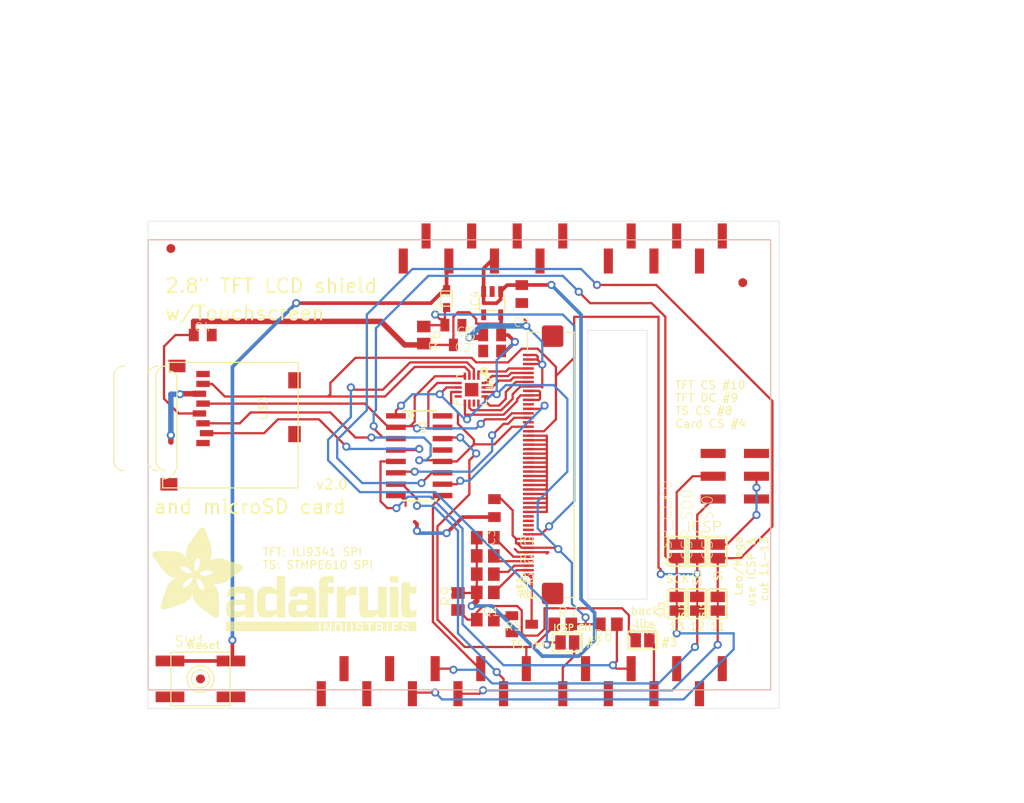
<source format=kicad_pcb>
(kicad_pcb (version 20211014) (generator pcbnew)
  (layers (0 "F.Cu" signal) (1 "In1.Cu" signal) (2 "In2.Cu" signal) (3 "In3.Cu" signal) (4 "In4.Cu" signal) (5 "In5.Cu" signal) (6 "In6.Cu" signal) (7 "In7.Cu" signal) (8 "In8.Cu" signal) (9 "In9.Cu" signal) (10 "In10.Cu" signal) (11 "In11.Cu" signal) (12 "In12.Cu" signal) (13 "In13.Cu" signal) (14 "In14.Cu" signal) (31 "B.Cu" signal) (34 "B.Paste" user) (35 "F.Paste" user) (36 "B.SilkS" user "B.Silkscreen") (37 "F.SilkS" user "F.Silkscreen") (38 "B.Mask" user) (39 "F.Mask" user) (44 "Edge.Cuts" user))
  (net 0 "")
  (net 1 "GND")
  (net 2 "VCC")
  (net 3 "N$16")
  (net 4 "+5V")
  (net 5 "MISO")
  (net 6 "N$7")
  (net 7 "CARDCS_5V")
  (net 8 "CARD_CS_3V")
  (net 9 "VIN")
  (net 10 "3V")
  (net 11 "N$9")
  (net 12 "N$1")
  (net 13 "N$2")
  (net 14 "N$3")
  (net 15 "N$4")
  (net 16 "N$10")
  (net 17 "MOSI_3V")
  (net 18 "TFT_DC_3V")
  (net 19 "SCLK_3V")
  (net 20 "TFT_CS_3V")
  (net 21 "TFT_RST")
  (net 22 "N$8")
  (net 23 "MOSI_5V")
  (net 24 "TFT_DC_5V")
  (net 25 "TFT_CS_5V")
  (net 26 "SCLK_5V")
  (net 27 "XL")
  (net 28 "XR")
  (net 29 "YU")
  (net 30 "YD")
  (net 31 "RT_CS_3V")
  (net 32 "RT_CS_5V")
  (net 33 "N$5")
  (net 34 "N$6")
  (net 35 "N$12")
  (net 36 "N$11")
  (net 37 "N$13")
  (net 38 "N$14")
  (net 39 "N$15")
  (net 40 "D7")
  (net 41 "TS_INT")
  (footprint "boardEagle:SOT23" (layer "F.Cu") (at 147.3581 90.5256 180)
    (fp_text reference "IC5")
    (fp_text value "AXP803")
  )
  (footprint "boardEagle:R0805" (layer "F.Cu") (at 164.6301 122.7836 180)
    (fp_text reference "R8")
    (fp_text value "10K")
  )
  (footprint "boardEagle:ADAFRUIT_TEXT_30MM" (layer "F.Cu") (at 113.5761 123.5456)
    (fp_text reference "U$20" hide)
    (fp_text value "" hide)
  )
  (footprint "boardEagle:R0805" (layer "F.Cu") (at 144.0561 90.5256 -90)
    (fp_text reference "R6")
    (fp_text value "10K")
  )
  (footprint "boardEagle:SOLDERJUMPER_CLOSEDWIRE" (layer "F.Cu") (at 176.8221 120.4976 90)
    (fp_text reference "SJ1")
    (fp_text value "")
  )
  (footprint "boardEagle:FIDUCIAL_1MM" (layer "F.Cu") (at 119.1641 128.8796 180)
    (fp_text reference "U$11" hide)
    (fp_text value "FIDUCIAL" hide)
  )
  (footprint "boardEagle:FIDUCIAL_1MM" (layer "F.Cu") (at 179.6161 84.6836 180)
    (fp_text reference "U$10" hide)
    (fp_text value "FIDUCIAL" hide)
  )
  (footprint "boardEagle:C0805K" (layer "F.Cu") (at 119.4181 90.5256)
    (fp_text reference "C4")
    (fp_text value "10uF")
  )
  (footprint "boardEagle:SOD-323F" (layer "F.Cu") (at 146.5961 86.4616 90)
    (fp_text reference "D1")
    (fp_text value "1N4148")
  )
  (footprint "boardEagle:C0805K" (layer "F.Cu") (at 154.9781 85.9536 -90)
    (fp_text reference "C5")
    (fp_text value "10uF")
  )
  (footprint "boardEagle:FIDUCIAL_1MM" (layer "F.Cu") (at 115.8621 80.8736)
    (fp_text reference "U$19" hide)
    (fp_text value "FIDUCIAL" hide)
  )
  (footprint "boardEagle:R0805" (layer "F.Cu") (at 150.9141 122.2756)
    (fp_text reference "R5")
    (fp_text value "1K")
  )
  (footprint "boardEagle:C0805K" (layer "F.Cu") (at 151.6761 92.3036 180)
    (fp_text reference "C2")
    (fp_text value "0.1uF")
  )
  (footprint "boardEagle:C0805K" (layer "F.Cu") (at 151.9301 109.8296 -90)
    (fp_text reference "C3")
    (fp_text value "0.1uF")
  )
  (footprint "boardEagle:SOLDERJUMPER_REFLOW_NOPASTE" (layer "F.Cu") (at 168.4401 124.5616)
    (fp_text reference "PIN3")
    (fp_text value "")
  )
  (footprint "boardEagle:R0805" (layer "F.Cu") (at 150.9141 115.1636)
    (fp_text reference "R3")
    (fp_text value "68 ohm")
  )
  (footprint "boardEagle:R0805" (layer "F.Cu") (at 150.9141 113.1316)
    (fp_text reference "R4")
    (fp_text value "68 ohm")
  )
  (footprint "boardEagle:C0805K" (layer "F.Cu") (at 151.6761 90.5256 180)
    (fp_text reference "C1")
    (fp_text value "10uF")
  )
  (footprint "boardEagle:SOT23-5L" (layer "F.Cu") (at 151.6761 86.9696 180)
    (fp_text reference "IC4")
    (fp_text value "MIC5225-3.3")
  )
  (footprint "boardEagle:QFN16_3MM" (layer "F.Cu") (at 149.3901 96.6216 -90)
    (fp_text reference "U2")
    (fp_text value "STMPE610")
  )
  (footprint "boardEagle:SOT23-BEC" (layer "F.Cu") (at 154.9781 122.7836 -90)
    (fp_text reference "Q1")
    (fp_text value "MMBT2222")
  )
  (footprint "boardEagle:SOLDERJUMPER_CLOSEDWIRE" (layer "F.Cu") (at 174.5361 120.4976 90)
    (fp_text reference "SJ2")
    (fp_text value "")
  )
  (footprint "boardEagle:SOLDERJUMPER_REFLOW_NOPASTE" (layer "F.Cu") (at 174.5361 114.6556 90)
    (fp_text reference "ICSP_SO0")
    (fp_text value "")
  )
  (footprint "boardEagle:SOLDERJUMPER_REFLOW_NOPASTE" (layer "F.Cu") (at 176.8221 114.6556 90)
    (fp_text reference "ICSP_SI0")
    (fp_text value "")
  )
  (footprint "boardEagle:R0805" (layer "F.Cu") (at 159.5501 122.7836)
    (fp_text reference "R7")
    (fp_text value "10K")
  )
  (footprint "boardEagle:R0805" (layer "F.Cu") (at 150.9141 117.1956)
    (fp_text reference "R2")
    (fp_text value "68 ohm")
  )
  (footprint "boardEagle:SOLDERJUMPER_REFLOW_NOPASTE" (layer "F.Cu") (at 172.2501 114.6556 90)
    (fp_text reference "ICSP_CLK0")
    (fp_text value "")
  )
  (footprint "boardEagle:EVQ-Q2" (layer "F.Cu") (at 119.1641 128.8796)
    (fp_text reference "SW1")
    (fp_text value "SPST_TACT-EVQQ2")
  )
  (footprint "boardEagle:SOIC16" (layer "F.Cu") (at 143.5481 103.9876 -90)
    (fp_text reference "U3")
    (fp_text value "74HC4050")
  )
  (footprint "boardEagle:SOLDERJUMPER_REFLOW_NOPASTE" (layer "F.Cu") (at 160.0581 124.8156)
    (fp_text reference "ICSP_SI1")
    (fp_text value "")
  )
  (footprint "boardEagle:MICROSD" (layer "F.Cu") (at 130.0861 93.5736 -90)
    (fp_text reference "U$3")
    (fp_text value "MICROSD" hide)
  )
  (footprint "boardEagle:R0805" (layer "F.Cu") (at 150.9141 119.2276)
    (fp_text reference "R1")
    (fp_text value "68")
  )
  (footprint "boardEagle:R0805" (layer "F.Cu") (at 147.8661 120.2436 90)
    (fp_text reference "R9")
    (fp_text value "1K")
  )
  (footprint "boardEagle:SOLDERJUMPER_CLOSEDWIRE" (layer "F.Cu") (at 172.2501 120.4976 90)
    (fp_text reference "SJ3")
    (fp_text value "")
  )
  (footprint "boardEagle:TFT_2.83IN_240X320_50PIN" (layer "B.Cu") (at 145.3261 105.0036 -90)
    (fp_text reference "U$2")
    (fp_text value "DISP_LCD_1.28IN_240X320_50PIN")
  )
  (footprint "boardEagle:ARDUINOR3_ICSP_SMT" (layer "B.Cu") (at 113.8301 78.3336)
    (fp_text reference "U$17" hide)
    (fp_text value "ARDUINO_R3_ICSPSMT" hide)
  )
  (gr_line (start 183.6801 77.8256) (end 113.3221 77.8256) (layer "Edge.Cuts") (width 0.05))
  (gr_line (start 113.3221 77.8256) (end 113.3221 132.1816) (layer "Edge.Cuts") (width 0.05))
  (gr_line (start 168.9481 90.0176) (end 162.3441 90.0176) (layer "Edge.Cuts") (width 0.05))
  (gr_line (start 113.3221 132.1816) (end 183.6801 132.1816) (layer "Edge.Cuts") (width 0.05))
  (gr_line (start 183.6801 132.1816) (end 183.6801 77.8256) (layer "Edge.Cuts") (width 0.05))
  (gr_line (start 168.9481 119.9896) (end 168.9481 90.0176) (layer "Edge.Cuts") (width 0.05))
  (gr_line (start 162.3441 90.0176) (end 162.3441 119.9896) (layer "Edge.Cuts") (width 0.05))
  (gr_line (start 162.3441 119.9896) (end 168.9481 119.9896) (layer "Edge.Cuts") (width 0.05))
  (gr_text "back\nlite" (at 168.6941 122.0216) (layer "F.SilkS") (effects (font (size 0.89408 0.89408) (thickness 0.12192))))
  (gr_text "11" (at 176.8221 123.0376) (layer "F.SilkS") (effects (font (size 0.89408 0.89408) (thickness 0.12192))))
  (gr_text "TFT CS #10\nTFT DC #9\nTS CS #8\nCard CS #4" (at 171.9961 100.9396) (layer "F.SilkS") (effects (font (size 0.89408 0.89408) (thickness 0.12192)) (justify left bottom)))
  (gr_text "v2.0" (at 135.6741 106.5276) (layer "F.SilkS") (effects (font (size 1.1176 1.1176) (thickness 0.1524)) (justify right top)))
  (gr_text "ICSP" (at 173.2661 112.6236) (layer "F.SilkS") (effects (font (size 1.1684 1.1684) (thickness 0.1016)) (justify left bottom)))
  (gr_text "w/Touchscreen" (at 115.1001 89.0016) (layer "F.SilkS") (effects (font (size 1.56464 1.56464) (thickness 0.21336)) (justify left bottom)))
  (gr_text "#7" (at 162.0901 125.3236) (layer "F.SilkS") (effects (font (size 0.89408 0.89408) (thickness 0.12192)) (justify left bottom)))
  (gr_text "and microSD card" (at 113.8301 110.5916) (layer "F.SilkS") (effects (font (size 1.56464 1.56464) (thickness 0.21336)) (justify left bottom)))
  (gr_text "13" (at 172.2501 123.0376) (layer "F.SilkS") (effects (font (size 0.89408 0.89408) (thickness 0.12192))))
  (gr_text "12" (at 174.5361 123.0376) (layer "F.SilkS") (effects (font (size 0.89408 0.89408) (thickness 0.12192))))
  (gr_text "2.8\" TFT LCD shield" (at 115.1001 85.9536) (layer "F.SilkS") (effects (font (size 1.56464 1.56464) (thickness 0.21336)) (justify left bottom)))
  (gr_text "SCK" (at 173.7741 117.1956) (layer "F.SilkS") (effects (font (size 0.89408 0.89408) (thickness 0.12192)) (justify right top)))
  (gr_text "Leo/Mega\nuse ICSP &\ncut 11-13" (at 178.6001 112.8776 90) (layer "F.SilkS") (effects (font (size 0.89408 0.89408) (thickness 0.12192)) (justify right top)))
  (gr_text "Reset" (at 121.4501 124.5616) (layer "F.SilkS") (effects (font (size 0.89408 0.89408) (thickness 0.12192)) (justify right top)))
  (gr_text "#3" (at 170.4721 125.3236) (layer "F.SilkS") (effects (font (size 0.89408 0.89408) (thickness 0.12192)) (justify left bottom)))
  (gr_text "TFT: ILI9341 SPI\nTS: STMPE610 SPI" (at 126.0221 116.6876) (layer "F.SilkS") (effects (font (size 0.89408 0.89408) (thickness 0.12192)) (justify left bottom)))
  (gr_text "SO" (at 174.0281 116.6876 90) (layer "F.SilkS") (effects (font (size 0.89408 0.89408) (thickness 0.12192)) (justify right top)))
  (gr_text "SI" (at 176.3141 116.6876 90) (layer "F.SilkS") (effects (font (size 0.89408 0.89408) (thickness 0.12192)) (justify right top)))
  (gr_text "TS int" (at 157.7721 124.5616) (layer "F.SilkS") (effects (font (size 0.89408 0.89408) (thickness 0.12192)) (justify right top)))
  (segment (start 142.0241 109.0676) (end 142.0241 109.5756) (width 0.254) (layer "F.Cu") (net 1))
  (segment (start 149.1401 98.6576) (end 149.3901 98.9076) (width 0.254) (layer "F.Cu") (net 1))
  (segment (start 116.8781 97.0736) (end 116.8781 97.1296) (width 0.6096) (layer "F.Cu") (net 1))
  (segment (start 156.5711 92.7536) (end 156.7561 92.9386) (width 0.254) (layer "F.Cu") (net 1))
  (segment (start 149.3901 98.9076) (end 152.6921 98.9076) (width 0.254) (layer "F.Cu") (net 1))
  (segment (start 155.7161 93.7536) (end 157.1901 93.7536) (width 0.254) (layer "F.Cu") (net 1))
  (segment (start 156.7561 92.9386) (end 156.7561 93.3196) (width 0.254) (layer "F.Cu") (net 1))
  (segment (start 150.4221 90.7796) (end 149.1361 90.7796) (width 0.6096) (layer "F.Cu") (net 1))
  (segment (start 140.9481 108.4326) (end 141.3891 108.4326) (width 0.254) (layer "F.Cu") (net 1))
  (segment (start 154.8381 96.2536) (end 153.9621 97.1296) (width 0.254) (layer "F.Cu") (net 1))
  (segment (start 151.9301 110.8296) (end 148.3901 110.8296) (width 0.4064) (layer "F.Cu") (net 1))
  (segment (start 143.2941 112.3696) (end 143.2941 111.6076) (width 0.4064) (layer "F.Cu") (net 1))
  (segment (start 157.1901 93.7536) (end 157.2641 93.8276) (width 0.254) (layer "F.Cu") (net 1))
  (segment (start 157.9281 114.7536) (end 157.7721 114.9096) (width 0.254) (layer "F.Cu") (net 1))
  (segment (start 150.6761 90.5256) (end 150.4221 90.7796) (width 0.6096) (layer "F.Cu") (net 1))
  (segment (start 155.7161 92.7536) (end 156.5711 92.7536) (width 0.254) (layer "F.Cu") (net 1))
  (segment (start 141.3891 108.4326) (end 142.0241 109.0676) (width 0.254) (layer "F.Cu") (net 1))
  (segment (start 155.7161 114.7536) (end 157.9281 114.7536) (width 0.254) (layer "F.Cu") (net 1))
  (segment (start 156.7561 93.3196) (end 157.2641 93.8276) (width 0.254) (layer "F.Cu") (net 1))
  (segment (start 115.8621 101.7016) (end 115.8621 102.4636) (width 0.6096) (layer "F.Cu") (net 1))
  (segment (start 155.7161 93.2536) (end 156.6901 93.2536) (width 0.254) (layer "F.Cu") (net 1))
  (segment (start 153.9621 97.6376) (end 152.6921 98.9076) (width 0.254) (layer "F.Cu") (net 1))
  (segment (start 119.0461 97.0736) (end 116.8781 97.0736) (width 0.6096) (layer "F.Cu") (net 1))
  (segment (start 143.2941 111.6076) (end 143.0401 111.3536) (width 0.4064) (layer "F.Cu") (net 1))
  (segment (start 156.6901 93.2536) (end 157.2641 93.8276) (width 0.254) (layer "F.Cu") (net 1))
  (segment (start 157.1501 96.2536) (end 157.2641 96.3676) (width 0.254) (layer "F.Cu") (net 1))
  (segment (start 154.5681 114.7536) (end 154.2161 114.4016) (width 0.254) (layer "F.Cu") (net 1))
  (segment (start 153.9621 97.1296) (end 153.9621 97.6376) (width 0.254) (layer "F.Cu") (net 1))
  (segment (start 155.4861 89.5096) (end 155.4861 89.0016) (width 0.254) (layer "F.Cu") (net 1))
  (segment (start 155.7161 114.7536) (end 154.5681 114.7536) (width 0.254) (layer "F.Cu") (net 1))
  (segment (start 155.4861 89.0016) (end 155.2321 88.7476) (width 0.254) (layer "F.Cu") (net 1))
  (segment (start 157.2641 93.8276) (end 157.2641 96.3676) (width 0.254) (layer "F.Cu") (net 1))
  (segment (start 155.7161 96.2536) (end 157.1501 96.2536) (width 0.254) (layer "F.Cu") (net 1))
  (segment (start 149.1401 98.1216) (end 149.1401 98.6576) (width 0.254) (layer "F.Cu") (net 1))
  (segment (start 148.3901 110.8296) (end 146.5961 112.6236) (width 0.4064) (layer "F.Cu") (net 1))
  (segment (start 154.8381 96.2536) (end 155.7161 96.2536) (width 0.254) (layer "F.Cu") (net 1))
  (via (at 149.1361 90.7796) (size 0.9064) (drill 0.5) (layers "F.Cu" "B.Cu") (net 1))
  (via (at 146.5961 112.6236) (size 0.9064) (drill 0.5) (layers "F.Cu" "B.Cu") (net 1))
  (via (at 143.2941 112.3696) (size 0.9064) (drill 0.5) (layers "F.Cu" "B.Cu") (net 1))
  (via (at 157.2641 93.8276) (size 0.9064) (drill 0.5) (layers "F.Cu" "B.Cu") (net 1))
  (via (at 115.8621 101.7016) (size 0.9064) (drill 0.5) (layers "F.Cu" "B.Cu") (net 1))
  (via (at 155.4861 89.5096) (size 0.9064) (drill 0.5) (layers "F.Cu" "B.Cu") (net 1))
  (via (at 116.8781 97.1296) (size 0.9064) (drill 0.5) (layers "F.Cu" "B.Cu") (net 1))
  (segment (start 143.5481 112.6236) (end 143.2941 112.3696) (width 0.4064) (layer "B.Cu") (net 1))
  (segment (start 115.8621 97.1296) (end 115.8621 101.7016) (width 0.6096) (layer "B.Cu") (net 1))
  (segment (start 116.8781 97.1296) (end 115.8621 97.1296) (width 0.6096) (layer "B.Cu") (net 1))
  (segment (start 149.1361 90.7796) (end 150.4061 89.5096) (width 0.6096) (layer "B.Cu") (net 1))
  (segment (start 157.2641 91.2876) (end 155.4861 89.5096) (width 0.254) (layer "B.Cu") (net 1))
  (segment (start 157.2641 93.8276) (end 157.2641 91.2876) (width 0.254) (layer "B.Cu") (net 1))
  (segment (start 150.4061 89.5096) (end 155.4861 89.5096) (width 0.6096) (layer "B.Cu") (net 1))
  (segment (start 146.5961 112.6236) (end 143.5481 112.6236) (width 0.4064) (layer "B.Cu") (net 1))
  (segment (start 147.8661 87.9856) (end 149.1361 87.9856) (width 0.254) (layer "F.Cu") (net 2))
  (segment (start 154.3381 113.7536) (end 154.3381 113.2536) (width 0.254) (layer "F.Cu") (net 2))
  (segment (start 157.0071 97.2536) (end 157.0101 97.2566) (width 0.254) (layer "F.Cu") (net 2))
  (segment (start 149.8981 89.2556) (end 152.6761 89.2556) (width 0.254) (layer "F.Cu") (net 2))
  (segment (start 151.9261 96.8716) (end 152.1841 97.1296) (width 0.254) (layer "F.Cu") (net 2))
  (segment (start 119.0461 99.2736) (end 116.7361 99.2736) (width 0.254) (layer "F.Cu") (net 2))
  (segment (start 154.8541 97.2536) (end 154.4701 97.6376) (width 0.254) (layer "F.Cu") (net 2))
  (segment (start 156.8881 96.7536) (end 157.0101 96.8756) (width 0.254) (layer "F.Cu") (net 2))
  (segment (start 157.0101 97.6376) (end 156.8831 97.7646) (width 0.254) (layer "F.Cu") (net 2))
  (segment (start 155.7161 96.7536) (end 156.8881 96.7536) (width 0.254) (layer "F.Cu") (net 2))
  (segment (start 155.7161 113.2536) (end 154.3381 113.2536) (width 0.254) (layer "F.Cu") (net 2))
  (segment (start 115.1001 91.7956) (end 116.3701 90.5256) (width 0.254) (layer "F.Cu") (net 2))
  (segment (start 157.0101 96.8756) (end 157.0101 97.2566) (width 0.254) (layer "F.Cu") (net 2))
  (segment (start 116.7361 99.2736) (end 115.1001 97.6376) (width 0.254) (layer "F.Cu") (net 2))
  (segment (start 148.8821 99.9236) (end 148.8821 99.4156) (width 0.254) (layer "F.Cu") (net 2))
  (segment (start 154.8541 97.2536) (end 155.7161 97.2536) (width 0.254) (layer "F.Cu") (net 2))
  (segment (start 149.1361 87.9856) (end 149.8981 88.7476) (width 0.254) (layer "F.Cu") (net 2))
  (segment (start 152.6761 89.2556) (end 152.6761 90.5256) (width 0.4064) (layer "F.Cu") (net 2))
  (segment (start 152.2001 108.5596) (end 151.9301 108.8296) (width 0.254) (layer "F.Cu") (net 2))
  (segment (start 153.9621 112.8776) (end 153.9621 110.0836) (width 0.254) (layer "F.Cu") (net 2))
  (segment (start 162.0901 122.0216) (end 162.0901 122.7836) (width 0.254) (layer "F.Cu") (net 2))
  (segment (start 139.2961 89.0016) (end 141.9201 91.6256) (width 0.6096) (layer "F.Cu") (net 2))
  (segment (start 155.7161 113.7536) (end 154.4701 113.7536) (width 0.254) (layer "F.Cu") (net 2))
  (segment (start 160.5001 122.7836) (end 162.0901 122.7836) (width 0.254) (layer "F.Cu") (net 2))
  (segment (start 147.3581 88.4936) (end 147.8661 87.9856) (width 0.254) (layer "F.Cu") (net 2))
  (segment (start 152.6261 88.2696) (end 152.6761 88.3196) (width 0.254) (layer "F.Cu") (net 2))
  (segment (start 144.0561 91.4756) (end 144.2061 91.6256) (width 0.254) (layer "F.Cu") (net 2))
  (segment (start 154.4701 97.8916) (end 152.9461 99.4156) (width 0.254) (layer "F.Cu") (net 2))
  (segment (start 156.8831 97.7646) (end 155.7271 97.7646) (width 0.254) (layer "F.Cu") (net 2))
  (segment (start 150.8901 96.8716) (end 151.9261 96.8716) (width 0.254) (layer "F.Cu") (net 2))
  (segment (start 139.2961 89.0016) (end 118.4021 89.0016) (width 0.6096) (layer "F.Cu") (net 2))
  (segment (start 162.0901 122.7836) (end 163.6801 122.7836) (width 0.254) (layer "F.Cu") (net 2))
  (segment (start 144.5641 91.6256) (end 147.3581 91.6256) (width 0.254) (layer "F.Cu") (net 2))
  (segment (start 147.3581 91.6256) (end 147.3581 88.4936) (width 0.254) (layer "F.Cu") (net 2))
  (segment (start 155.7161 114.2536) (end 154.9701 114.2536) (width 0.254) (layer "F.Cu") (net 2))
  (segment (start 115.1001 97.6376) (end 115.1001 91.7956) (width 0.254) (layer "F.Cu") (net 2))
  (segment (start 154.9701 114.2536) (end 154.4701 113.7536) (width 0.254) (layer "F.Cu") (net 2))
  (segment (start 149.8981 88.7476) (end 149.8981 89.2556) (width 0.254) (layer "F.Cu") (net 2))
  (segment (start 148.6401 98.1216) (end 148.6401 99.4156) (width 0.254) (layer "F.Cu") (net 2))
  (segment (start 153.9621 110.0836) (end 152.4381 108.5596) (width 0.254) (layer "F.Cu") (net 2))
  (segment (start 153.4541 90.5256) (end 154.2161 91.2876) (width 0.4064) (layer "F.Cu") (net 2))
  (segment (start 116.3701 90.5256) (end 118.4181 90.5256) (width 0.254) (layer "F.Cu") (net 2))
  (segment (start 152.6761 90.5256) (end 153.4541 90.5256) (width 0.4064) (layer "F.Cu") (net 2))
  (segment (start 154.4701 97.6376) (end 154.4701 97.8916) (width 0.254) (layer "F.Cu") (net 2))
  (segment (start 140.9481 99.5426) (end 140.9481 98.9676) (width 0.254) (layer "F.Cu") (net 2))
  (segment (start 141.9201 91.6256) (end 144.5641 91.6256) (width 0.6096) (layer "F.Cu") (net 2))
  (segment (start 147.8901 96.3716) (end 146.5921 96.3716) (width 0.254) (layer "F.Cu") (net 2))
  (segment (start 140.9481 98.9676) (end 141.5161 98.3996) (width 0.254) (layer "F.Cu") (net 2))
  (segment (start 144.2061 91.6256) (end 144.5641 91.6256) (width 0.254) (layer "F.Cu") (net 2))
  (segment (start 158.8941 114.2536) (end 159.0421 114.4016) (width 0.254) (layer "F.Cu") (net 2))
  (segment (start 148.6401 99.4156) (end 148.8821 99.4156) (width 0.254) (layer "F.Cu") (net 2))
  (segment (start 118.4021 90.5096) (end 118.4181 90.5256) (width 0.6096) (layer "F.Cu") (net 2))
  (segment (start 152.6761 92.3036) (end 153.2001 92.3036) (width 0.4064) (layer "F.Cu") (net 2))
  (segment (start 154.3381 113.2536) (end 153.9621 112.8776) (width 0.254) (layer "F.Cu") (net 2))
  (segment (start 152.9461 99.4156) (end 148.8821 99.4156) (width 0.254) (layer "F.Cu") (net 2))
  (segment (start 153.2001 92.3036) (end 154.2161 91.2876) (width 0.4064) (layer "F.Cu") (net 2))
  (segment (start 155.7271 97.7646) (end 155.7161 97.7536) (width 0.254) (layer "F.Cu") (net 2))
  (segment (start 155.7161 97.2536) (end 157.0071 97.2536) (width 0.254) (layer "F.Cu") (net 2))
  (segment (start 155.7161 114.2536) (end 158.8941 114.2536) (width 0.254) (layer "F.Cu") (net 2))
  (segment (start 146.5921 96.3716) (end 145.8341 97.1296) (width 0.254) (layer "F.Cu") (net 2))
  (segment (start 152.6761 88.5736) (end 152.6761 89.2556) (width 0.4064) (layer "F.Cu") (net 2))
  (segment (start 118.4021 89.0016) (end 118.4021 90.5096) (width 0.6096) (layer "F.Cu") (net 2))
  (segment (start 154.4701 113.7536) (end 154.3381 113.7536) (width 0.254) (layer "F.Cu") (net 2))
  (segment (start 152.6761 88.3196) (end 152.6761 88.5736) (width 0.254) (layer "F.Cu") (net 2))
  (segment (start 157.0101 97.2566) (end 157.0101 97.6376) (width 0.254) (layer "F.Cu") (net 2))
  (segment (start 152.4381 108.5596) (end 152.2001 108.5596) (width 0.254) (layer "F.Cu") (net 2))
  (via (at 152.1841 97.1296) (size 0.9064) (drill 0.5) (layers "F.Cu" "B.Cu") (net 2))
  (via (at 162.0901 122.0216) (size 0.9064) (drill 0.5) (layers "F.Cu" "B.Cu") (net 2))
  (via (at 154.2161 91.2876) (size 0.9064) (drill 0.5) (layers "F.Cu" "B.Cu") (net 2))
  (via (at 141.5161 98.3996) (size 0.9064) (drill 0.5) (layers "F.Cu" "B.Cu") (net 2))
  (via (at 145.8341 97.1296) (size 0.9064) (drill 0.5) (layers "F.Cu" "B.Cu") (net 2))
  (via (at 148.8821 99.9236) (size 0.9064) (drill 0.5) (layers "F.Cu" "B.Cu") (net 2))
  (via (at 159.0421 114.4016) (size 0.9064) (drill 0.5) (layers "F.Cu" "B.Cu") (net 2))
  (segment (start 160.0581 97.6376) (end 158.5341 96.1136) (width 0.254) (layer "B.Cu") (net 2))
  (segment (start 152.1841 97.1296) (end 151.6761 97.1296) (width 0.254) (layer "B.Cu") (net 2))
  (segment (start 156.7561 112.1156) (end 156.7561 109.0676) (width 0.254) (layer "B.Cu") (net 2))
  (segment (start 159.0421 114.4016) (end 160.5661 115.9256) (width 0.254) (layer "B.Cu") (net 2))
  (segment (start 160.5661 120.4976) (end 162.0901 122.0216) (width 0.254) (layer "B.Cu") (net 2))
  (segment (start 151.6761 97.1296) (end 148.8821 99.9236) (width 0.254) (layer "B.Cu") (net 2))
  (segment (start 152.1841 93.3196) (end 152.1841 97.1296) (width 0.254) (layer "B.Cu") (net 2))
  (segment (start 153.2001 96.1136) (end 152.1841 97.1296) (width 0.254) (layer "B.Cu") (net 2))
  (segment (start 159.0421 114.4016) (end 156.7561 112.1156) (width 0.254) (layer "B.Cu") (net 2))
  (segment (start 145.8341 97.1296) (end 148.6281 99.9236) (width 0.254) (layer "B.Cu") (net 2))
  (segment (start 141.5161 98.3996) (end 142.7861 97.1296) (width 0.254) (layer "B.Cu") (net 2))
  (segment (start 158.5341 96.1136) (end 153.2001 96.1136) (width 0.254) (layer "B.Cu") (net 2))
  (segment (start 142.7861 97.1296) (end 145.8341 97.1296) (width 0.254) (layer "B.Cu") (net 2))
  (segment (start 148.6281 99.9236) (end 148.8821 99.9236) (width 0.254) (layer "B.Cu") (net 2))
  (segment (start 160.0581 105.7656) (end 160.0581 97.6376) (width 0.254) (layer "B.Cu") (net 2))
  (segment (start 160.5661 115.9256) (end 160.5661 120.4976) (width 0.254) (layer "B.Cu") (net 2))
  (segment (start 154.2161 91.2876) (end 152.1841 93.3196) (width 0.254) (layer "B.Cu") (net 2))
  (segment (start 156.7561 109.0676) (end 160.0581 105.7656) (width 0.254) (layer "B.Cu") (net 2))
  (segment (start 151.8641 122.1536) (end 151.8641 122.2756) (width 0.254) (layer "F.Cu") (net 3))
  (segment (start 152.1841 121.8336) (end 151.8641 122.1536) (width 0.254) (layer "F.Cu") (net 3))
  (segment (start 153.8781 121.8336) (end 152.1841 121.8336) (width 0.254) (layer "F.Cu") (net 3))
  (segment (start 154.9781 84.9536) (end 153.3421 84.9536) (width 0.4064) (layer "F.Cu") (net 4))
  (segment (start 152.1841 86.9696) (end 152.6261 86.5276) (width 0.4064) (layer "F.Cu") (net 4))
  (segment (start 149.3901 120.7516) (end 149.9641 120.1776) (width 0.6096) (layer "F.Cu") (net 4))
  (segment (start 154.9941 84.9376) (end 154.9781 84.9536) (width 0.4064) (layer "F.Cu") (net 4))
  (segment (start 151.9301 81.8896) (end 151.9301 82.2706) (width 0.4064) (layer "F.Cu") (net 4))
  (segment (start 149.8981 119.2936) (end 149.9641 119.2276) (width 0.254) (layer "F.Cu") (net 4))
  (segment (start 150.7261 83.0936) (end 151.9301 81.8896) (width 0.4064) (layer "F.Cu") (net 4))
  (segment (start 149.9641 120.1776) (end 149.9641 119.2276) (width 0.6096) (layer "F.Cu") (net 4))
  (segment (start 149.9641 117.1956) (end 149.9641 115.1636) (width 0.254) (layer "F.Cu") (net 4))
  (segment (start 149.9641 115.1636) (end 149.9641 113.1316) (width 0.254) (layer "F.Cu") (net 4))
  (segment (start 149.9641 119.2276) (end 149.9641 117.1956) (width 0.254) (layer "F.Cu") (net 4))
  (segment (start 158.2801 84.9376) (end 154.9941 84.9376) (width 0.4064) (layer "F.Cu") (net 4))
  (segment (start 147.8661 119.2936) (end 149.8981 119.2936) (width 0.254) (layer "F.Cu") (net 4))
  (segment (start 150.7261 85.6696) (end 150.7261 86.9696) (width 0.4064) (layer "F.Cu") (net 4))
  (segment (start 152.6261 86.5276) (end 152.6261 85.6696) (width 0.4064) (layer "F.Cu") (net 4))
  (segment (start 150.7261 85.6696) (end 150.7261 83.0936) (width 0.4064) (layer "F.Cu") (net 4))
  (segment (start 153.3421 84.9536) (end 152.6261 85.6696) (width 0.4064) (layer "F.Cu") (net 4))
  (segment (start 150.7261 86.9696) (end 152.1841 86.9696) (width 0.4064) (layer "F.Cu") (net 4))
  (via (at 149.3901 120.7516) (size 0.9064) (drill 0.5) (layers "F.Cu" "B.Cu") (net 4))
  (via (at 158.2801 84.9376) (size 0.9064) (drill 0.5) (layers "F.Cu" "B.Cu") (net 4))
  (segment (start 161.5821 88.2396) (end 158.2801 84.9376) (width 0.4064) (layer "B.Cu") (net 4))
  (segment (start 157.2641 126.3396) (end 161.3281 126.3396) (width 0.4064) (layer "B.Cu") (net 4))
  (segment (start 149.3901 120.7516) (end 151.6761 120.7516) (width 0.4064) (layer "B.Cu") (net 4))
  (segment (start 151.6761 120.7516) (end 157.2641 126.3396) (width 0.4064) (layer "B.Cu") (net 4))
  (segment (start 163.1061 124.5616) (end 161.3281 126.3396) (width 0.4064) (layer "B.Cu") (net 4))
  (segment (start 163.1061 121.5136) (end 163.1061 124.5616) (width 0.4064) (layer "B.Cu") (net 4))
  (segment (start 161.5821 88.2396) (end 161.5821 119.9896) (width 0.4064) (layer "B.Cu") (net 4))
  (segment (start 161.5821 119.9896) (end 163.1061 121.5136) (width 0.4064) (layer "B.Cu") (net 4))
  (segment (start 170.2181 88.4936) (end 160.8201 88.4936) (width 0.254) (layer "F.Cu") (net 5))
  (segment (start 155.7161 101.2536) (end 157.4581 101.2536) (width 0.254) (layer "F.Cu") (net 5))
  (segment (start 149.1401 95.1216) (end 149.1401 94.5936) (width 0.254) (layer "F.Cu") (net 5))
  (segment (start 149.3901 93.0656) (end 136.4361 93.0656) (width 0.254) (layer "F.Cu") (net 5))
  (segment (start 156.7561 92.0496) (end 154.9781 92.0496) (width 0.254) (layer "F.Cu") (net 5))
  (segment (start 170.4721 117.1956) (end 170.4721 116.6876) (width 0.254) (layer "F.Cu") (net 5))
  (segment (start 158.7881 94.0816) (end 156.7561 92.0496) (width 0.254) (layer "F.Cu") (net 5))
  (segment (start 174.5361 115.4176) (end 174.5361 117.1956) (width 0.254) (layer "F.Cu") (net 5))
  (segment (start 154.9781 92.0496) (end 153.4541 93.5736) (width 0.254) (layer "F.Cu") (net 5))
  (segment (start 133.6421 95.8596) (end 133.6421 97.1296) (width 0.254) (layer "F.Cu") (net 5))
  (segment (start 120.4621 95.9736) (end 119.4461 95.9736) (width 0.254) (layer "F.Cu") (net 5))
  (segment (start 158.7881 95.0976) (end 158.7881 99.9236) (width 0.254) (layer "F.Cu") (net 5))
  (segment (start 133.3881 97.3836) (end 139.7381 97.3836) (width 0.254) (layer "F.Cu") (net 5))
  (segment (start 139.7381 97.3836) (end 143.0401 94.0816) (width 0.254) (layer "F.Cu") (net 5))
  (segment (start 133.6421 97.1296) (end 133.3881 97.3836) (width 0.254) (layer "F.Cu") (net 5))
  (segment (start 155.7161 101.2536) (end 155.7401 101.2776) (width 0.254) (layer "F.Cu") (net 5))
  (segment (start 160.8201 93.0656) (end 158.7881 95.0976) (width 0.254) (layer "F.Cu") (net 5))
  (segment (start 170.4721 116.6876) (end 170.2181 116.4336) (width 0.254) (layer "F.Cu") (net 5))
  (segment (start 174.5361 117.1956) (end 174.5361 119.7356) (width 0.254) (layer "F.Cu") (net 5))
  (segment (start 158.7881 95.0976) (end 158.7881 94.0816) (width 0.254) (layer "F.Cu") (net 5))
  (segment (start 170.2181 116.4336) (end 170.2181 88.4936) (width 0.254) (layer "F.Cu") (net 5))
  (segment (start 121.8721 97.3836) (end 133.3881 97.3836) (width 0.254) (layer "F.Cu") (net 5))
  (segment (start 149.1401 94.5936) (end 148.6281 94.0816) (width 0.254) (layer "F.Cu") (net 5))
  (segment (start 136.4361 93.0656) (end 133.6421 95.8596) (width 0.254) (layer "F.Cu") (net 5))
  (segment (start 153.4541 93.5736) (end 149.8981 93.5736) (width 0.254) (layer "F.Cu") (net 5))
  (segment (start 160.8201 88.4936) (end 160.8201 93.0656) (width 0.254) (layer "F.Cu") (net 5))
  (segment (start 157.4581 101.2536) (end 158.7881 99.9236) (width 0.254) (layer "F.Cu") (net 5))
  (segment (start 149.8981 93.5736) (end 149.3901 93.0656) (width 0.254) (layer "F.Cu") (net 5))
  (segment (start 143.0401 94.0816) (end 148.6281 94.0816) (width 0.254) (layer "F.Cu") (net 5))
  (segment (start 121.8721 97.3836) (end 120.4621 95.9736) (width 0.254) (layer "F.Cu") (net 5))
  (via (at 174.5361 117.1956) (size 0.9064) (drill 0.5) (layers "F.Cu" "B.Cu") (net 5))
  (via (at 170.4721 117.1956) (size 0.9064) (drill 0.5) (layers "F.Cu" "B.Cu") (net 5))
  (segment (start 170.4721 117.1956) (end 174.5361 117.1956) (width 0.254) (layer "B.Cu") (net 5))
  (segment (start 169.7101 125.0696) (end 169.7101 130.5306) (width 0.254) (layer "F.Cu") (net 6))
  (segment (start 169.2021 124.5616) (end 169.7101 125.0696) (width 0.254) (layer "F.Cu") (net 6))
  (segment (start 139.2301 104.6226) (end 139.2301 109.0676) (width 0.254) (layer "F.Cu") (net 7))
  (segment (start 165.5801 122.7836) (end 165.5801 126.9136) (width 0.254) (layer "F.Cu") (net 7))
  (segment (start 165.5801 126.9136) (end 165.1381 127.3556) (width 0.254) (layer "F.Cu") (net 7))
  (segment (start 167.1701 127.7366) (end 165.5191 127.7366) (width 0.254) (layer "F.Cu") (net 7))
  (segment (start 165.5191 127.7366) (end 165.1381 127.3556) (width 0.254) (layer "F.Cu") (net 7))
  (segment (start 139.9921 109.8296) (end 141.0081 109.8296) (width 0.254) (layer "F.Cu") (net 7))
  (segment (start 139.2301 109.0676) (end 139.9921 109.8296) (width 0.254) (layer "F.Cu") (net 7))
  (segment (start 140.9481 104.6226) (end 139.2301 104.6226) (width 0.254) (layer "F.Cu") (net 7))
  (via (at 165.1381 127.3556) (size 0.9064) (drill 0.5) (layers "F.Cu" "B.Cu") (net 7))
  (via (at 141.0081 109.8296) (size 0.9064) (drill 0.5) (layers "F.Cu" "B.Cu") (net 7))
  (segment (start 144.8181 108.5596) (end 148.3741 112.1156) (width 0.254) (layer "B.Cu") (net 7))
  (segment (start 148.3741 112.1156) (end 148.3741 122.7836) (width 0.254) (layer "B.Cu") (net 7))
  (segment (start 141.0081 109.8296) (end 142.2781 108.5596) (width 0.254) (layer "B.Cu") (net 7))
  (segment (start 142.2781 108.5596) (end 144.8181 108.5596) (width 0.254) (layer "B.Cu") (net 7))
  (segment (start 152.9461 127.3556) (end 165.1381 127.3556) (width 0.254) (layer "B.Cu") (net 7))
  (segment (start 148.3741 122.7836) (end 152.9461 127.3556) (width 0.254) (layer "B.Cu") (net 7))
  (segment (start 126.2501 101.4736) (end 127.8001 99.9236) (width 0.254) (layer "F.Cu") (net 8))
  (segment (start 119.8461 101.4736) (end 126.2501 101.4736) (width 0.254) (layer "F.Cu") (net 8))
  (segment (start 143.5481 103.2256) (end 143.4211 103.3526) (width 0.254) (layer "F.Cu") (net 8))
  (segment (start 132.3721 99.9236) (end 135.4201 102.9716) (width 0.254) (layer "F.Cu") (net 8))
  (segment (start 143.4211 103.3526) (end 140.9481 103.3526) (width 0.254) (layer "F.Cu") (net 8))
  (segment (start 127.8001 99.9236) (end 132.3721 99.9236) (width 0.254) (layer "F.Cu") (net 8))
  (via (at 135.4201 102.9716) (size 0.9064) (drill 0.5) (layers "F.Cu" "B.Cu") (net 8))
  (via (at 143.5481 103.2256) (size 0.9064) (drill 0.5) (layers "F.Cu" "B.Cu") (net 8))
  (segment (start 135.6741 103.2256) (end 143.5481 103.2256) (width 0.254) (layer "B.Cu") (net 8))
  (segment (start 135.4201 102.9716) (end 135.6741 103.2256) (width 0.254) (layer "B.Cu") (net 8))
  (segment (start 157.7721 102.2536) (end 157.7721 101.7536) (width 0.254) (layer "F.Cu") (net 11))
  (segment (start 157.7721 106.7536) (end 157.7721 106.2536) (width 0.254) (layer "F.Cu") (net 11))
  (segment (start 155.7161 104.7536) (end 157.7721 104.7536) (width 0.254) (layer "F.Cu") (net 11))
  (segment (start 155.7161 108.7536) (end 157.7721 108.7536) (width 0.254) (layer "F.Cu") (net 11))
  (segment (start 155.7161 109.2536) (end 157.7721 109.2536) (width 0.254) (layer "F.Cu") (net 11))
  (segment (start 155.7161 103.7536) (end 157.7721 103.7536) (width 0.254) (layer "F.Cu") (net 11))
  (segment (start 157.7721 108.2536) (end 157.7721 107.7536) (width 0.254) (layer "F.Cu") (net 11))
  (segment (start 157.7721 105.7536) (end 157.7721 105.2536) (width 0.254) (layer "F.Cu") (net 11))
  (segment (start 155.7161 107.2536) (end 157.7721 107.2536) (width 0.254) (layer "F.Cu") (net 11))
  (segment (start 155.7161 110.2536) (end 157.7721 110.2536) (width 0.254) (layer "F.Cu") (net 11))
  (segment (start 155.7161 103.2536) (end 157.7721 103.2536) (width 0.254) (layer "F.Cu") (net 11))
  (segment (start 155.7161 105.2536) (end 157.7721 105.2536) (width 0.254) (layer "F.Cu") (net 11))
  (segment (start 157.7721 110.2536) (end 157.7721 109.7536) (width 0.254) (layer "F.Cu") (net 11))
  (segment (start 157.7721 101.7536) (end 155.7161 101.7536) (width 0.254) (layer "F.Cu") (net 11))
  (segment (start 157.7721 109.7536) (end 157.7721 109.2536) (width 0.254) (layer "F.Cu") (net 11))
  (segment (start 155.7161 102.7536) (end 157.7721 102.7536) (width 0.254) (layer "F.Cu") (net 11))
  (segment (start 157.7721 107.2536) (end 157.7721 106.7536) (width 0.254) (layer "F.Cu") (net 11))
  (segment (start 157.7721 104.2536) (end 157.7721 103.7536) (width 0.254) (layer "F.Cu") (net 11))
  (segment (start 155.7161 106.7536) (end 157.7721 106.7536) (width 0.254) (layer "F.Cu") (net 11))
  (segment (start 157.7721 103.2536) (end 157.7721 102.7536) (width 0.254) (layer "F.Cu") (net 11))
  (segment (start 157.7721 103.7536) (end 157.7721 103.2536) (width 0.254) (layer "F.Cu") (net 11))
  (segment (start 157.7721 102.7536) (end 157.7721 102.2536) (width 0.254) (layer "F.Cu") (net 11))
  (segment (start 155.7161 109.7536) (end 157.7721 109.7536) (width 0.254) (layer "F.Cu") (net 11))
  (segment (start 155.7161 104.2536) (end 157.7721 104.2536) (width 0.254) (layer "F.Cu") (net 11))
  (segment (start 155.7161 108.2536) (end 157.7721 108.2536) (width 0.254) (layer "F.Cu") (net 11))
  (segment (start 157.7721 109.2536) (end 157.7721 108.7536) (width 0.254) (layer "F.Cu") (net 11))
  (segment (start 157.7721 107.2536) (end 157.7721 107.7536) (width 0.254) (layer "F.Cu") (net 11))
  (segment (start 155.7161 106.2536) (end 157.7721 106.2536) (width 0.254) (layer "F.Cu") (net 11))
  (segment (start 157.7721 108.7536) (end 157.7721 108.2536) (width 0.254) (layer "F.Cu") (net 11))
  (segment (start 155.7161 102.2536) (end 157.7721 102.2536) (width 0.254) (layer "F.Cu") (net 11))
  (segment (start 157.7721 104.7536) (end 157.7721 104.2536) (width 0.254) (layer "F.Cu") (net 11))
  (segment (start 157.7721 105.2536) (end 157.7721 104.7536) (width 0.254) (layer "F.Cu") (net 11))
  (segment (start 155.7161 105.7536) (end 157.7721 105.7536) (width 0.254) (layer "F.Cu") (net 11))
  (segment (start 157.7721 106.2536) (end 157.7721 105.7536) (width 0.254) (layer "F.Cu") (net 11))
  (segment (start 155.7161 107.7536) (end 157.7721 107.7536) (width 0.254) (layer "F.Cu") (net 11))
  (segment (start 156.0781 117.6156) (end 155.7161 117.2536) (width 0.254) (layer "F.Cu") (net 12))
  (segment (start 156.0781 122.7836) (end 156.0781 117.6156) (width 0.254) (layer "F.Cu") (net 12))
  (segment (start 155.7161 116.7536) (end 154.4041 116.7536) (width 0.254) (layer "F.Cu") (net 13))
  (segment (start 151.9301 119.2276) (end 151.8641 119.2276) (width 0.254) (layer "F.Cu") (net 13))
  (segment (start 154.4041 116.7536) (end 151.9301 119.2276) (width 0.254) (layer "F.Cu") (net 13))
  (segment (start 155.7161 116.2536) (end 154.1421 116.2536) (width 0.254) (layer "F.Cu") (net 14))
  (segment (start 154.1421 116.2536) (end 153.4541 116.9416) (width 0.254) (layer "F.Cu") (net 14))
  (segment (start 152.1181 116.9416) (end 151.8641 117.1956) (width 0.254) (layer "F.Cu") (net 14))
  (segment (start 153.4541 116.9416) (end 152.1181 116.9416) (width 0.254) (layer "F.Cu") (net 14))
  (segment (start 152.4541 115.7536) (end 151.8641 115.1636) (width 0.254) (layer "F.Cu") (net 15))
  (segment (start 155.7161 115.7536) (end 152.4541 115.7536) (width 0.254) (layer "F.Cu") (net 15))
  (segment (start 151.9301 113.1316) (end 151.8641 113.1316) (width 0.254) (layer "F.Cu") (net 16))
  (segment (start 155.7161 115.2536) (end 154.0521 115.2536) (width 0.254) (layer "F.Cu") (net 16))
  (segment (start 154.0521 115.2536) (end 151.9301 113.1316) (width 0.254) (layer "F.Cu") (net 16))
  (segment (start 133.6421 99.1616) (end 136.4361 101.9556) (width 0.254) (layer "F.Cu") (net 17))
  (segment (start 123.5401 100.3736) (end 119.4461 100.3736) (width 0.254) (layer "F.Cu") (net 17))
  (segment (start 146.0211 104.4956) (end 143.5481 104.4956) (width 0.254) (layer "F.Cu") (net 17))
  (segment (start 147.8861 96.8756) (end 147.8901 96.8716) (width 0.254) (layer "F.Cu") (net 17))
  (segment (start 147.1041 96.8756) (end 147.8861 96.8756) (width 0.254) (layer "F.Cu") (net 17))
  (segment (start 146.1481 104.6226) (end 147.7391 104.6226) (width 0.254) (layer "F.Cu") (net 17))
  (segment (start 149.6441 102.7176) (end 149.6441 102.2096) (width 0.254) (layer "F.Cu") (net 17))
  (segment (start 147.1041 98.3996) (end 147.1041 96.8756) (width 0.254) (layer "F.Cu") (net 17))
  (segment (start 149.6441 102.2096) (end 147.8661 100.4316) (width 0.254) (layer "F.Cu") (net 17))
  (segment (start 146.1481 104.6226) (end 146.0211 104.4956) (width 0.254) (layer "F.Cu") (net 17))
  (segment (start 124.7521 99.1616) (end 133.6421 99.1616) (width 0.254) (layer "F.Cu") (net 17))
  (segment (start 151.9301 102.7176) (end 149.6441 102.7176) (width 0.254) (layer "F.Cu") (net 17))
  (segment (start 147.8661 99.1616) (end 147.1041 98.3996) (width 0.254) (layer "F.Cu") (net 17))
  (segment (start 136.4361 101.9556) (end 138.2141 101.9556) (width 0.254) (layer "F.Cu") (net 17))
  (segment (start 123.5401 100.3736) (end 124.7521 99.1616) (width 0.254) (layer "F.Cu") (net 17))
  (segment (start 155.7161 100.7536) (end 153.8941 100.7536) (width 0.254) (layer "F.Cu") (net 17))
  (segment (start 153.8941 100.7536) (end 151.9301 102.7176) (width 0.254) (layer "F.Cu") (net 17))
  (segment (start 147.8661 100.4316) (end 147.8661 99.1616) (width 0.254) (layer "F.Cu") (net 17))
  (segment (start 147.7391 104.6226) (end 149.6441 102.7176) (width 0.254) (layer "F.Cu") (net 17))
  (via (at 138.2141 101.9556) (size 0.9064) (drill 0.5) (layers "F.Cu" "B.Cu") (net 17))
  (via (at 143.5481 104.4956) (size 0.9064) (drill 0.5) (layers "F.Cu" "B.Cu") (net 17))
  (segment (start 138.2141 101.9556) (end 144.0561 101.9556) (width 0.254) (layer "B.Cu") (net 17))
  (segment (start 144.8181 103.9876) (end 144.3101 104.4956) (width 0.254) (layer "B.Cu") (net 17))
  (segment (start 144.8181 102.7176) (end 144.8181 103.9876) (width 0.254) (layer "B.Cu") (net 17))
  (segment (start 144.0561 101.9556) (end 144.8181 102.7176) (width 0.254) (layer "B.Cu") (net 17))
  (segment (start 144.3101 104.4956) (end 143.5481 104.4956) (width 0.254) (layer "B.Cu") (net 17))
  (segment (start 154.1321 99.7536) (end 153.4541 100.4316) (width 0.254) (layer "F.Cu") (net 18))
  (segment (start 153.4541 100.4316) (end 152.9461 100.4316) (width 0.254) (layer "F.Cu") (net 18))
  (segment (start 152.9461 100.4316) (end 151.6761 101.7016) (width 0.254) (layer "F.Cu") (net 18))
  (segment (start 143.0401 105.7656) (end 141.0751 105.7656) (width 0.254) (layer "F.Cu") (net 18))
  (segment (start 141.0751 105.7656) (end 140.9481 105.8926) (width 0.254) (layer "F.Cu") (net 18))
  (segment (start 155.7161 99.7536) (end 154.1321 99.7536) (width 0.254) (layer "F.Cu") (net 18))
  (via (at 143.0401 105.7656) (size 0.9064) (drill 0.5) (layers "F.Cu" "B.Cu") (net 18))
  (via (at 151.6761 101.7016) (size 0.9064) (drill 0.5) (layers "F.Cu" "B.Cu") (net 18))
  (segment (start 149.3901 105.7656) (end 151.6761 103.4796) (width 0.254) (layer "B.Cu") (net 18))
  (segment (start 143.0401 105.7656) (end 149.3901 105.7656) (width 0.254) (layer "B.Cu") (net 18))
  (segment (start 151.6761 103.4796) (end 151.6761 101.7016) (width 0.254) (layer "B.Cu") (net 18))
  (segment (start 143.0401 100.6856) (end 142.5321 100.6856) (width 0.254) (layer "F.Cu") (net 19))
  (segment (start 153.2001 99.9236) (end 150.9141 99.9236) (width 0.254) (layer "F.Cu") (net 19))
  (segment (start 143.0401 100.1776) (end 142.5321 100.6856) (width 0.254) (layer "F.Cu") (net 19))
  (segment (start 155.7161 99.2536) (end 153.8701 99.2536) (width 0.254) (layer "F.Cu") (net 19))
  (segment (start 143.2941 100.9396) (end 143.0401 100.6856) (width 0.254) (layer "F.Cu") (net 19))
  (segment (start 137.4801 98.1736) (end 139.9921 100.6856) (width 0.254) (layer "F.Cu") (net 19))
  (segment (start 119.4461 98.1736) (end 137.4801 98.1736) (width 0.254) (layer "F.Cu") (net 19))
  (segment (start 153.8701 99.2536) (end 153.2001 99.9236) (width 0.254) (layer "F.Cu") (net 19))
  (segment (start 139.9921 100.6856) (end 140.8211 100.6856) (width 0.254) (layer "F.Cu") (net 19))
  (segment (start 143.0401 97.3836) (end 143.0401 100.1776) (width 0.254) (layer "F.Cu") (net 19))
  (segment (start 148.6401 95.1216) (end 145.3021 95.1216) (width 0.254) (layer "F.Cu") (net 19))
  (segment (start 140.8211 100.6856) (end 140.9481 100.8126) (width 0.254) (layer "F.Cu") (net 19))
  (segment (start 145.3021 95.1216) (end 143.0401 97.3836) (width 0.254) (layer "F.Cu") (net 19))
  (segment (start 141.0751 100.6856) (end 140.9481 100.8126) (width 0.254) (layer "F.Cu") (net 19))
  (segment (start 142.5321 100.6856) (end 141.0751 100.6856) (width 0.254) (layer "F.Cu") (net 19))
  (segment (start 150.9141 99.9236) (end 150.4061 100.4316) (width 0.254) (layer "F.Cu") (net 19))
  (via (at 150.4061 100.4316) (size 0.9064) (drill 0.5) (layers "F.Cu" "B.Cu") (net 19))
  (via (at 143.2941 100.9396) (size 0.9064) (drill 0.5) (layers "F.Cu" "B.Cu") (net 19))
  (segment (start 149.8981 100.9396) (end 143.2941 100.9396) (width 0.254) (layer "B.Cu") (net 19))
  (segment (start 150.4061 100.4316) (end 149.8981 100.9396) (width 0.254) (layer "B.Cu") (net 19))
  (segment (start 147.7391 107.1626) (end 148.1201 106.7816) (width 0.254) (layer "F.Cu") (net 20))
  (segment (start 146.1481 107.1626) (end 147.7391 107.1626) (width 0.254) (layer "F.Cu") (net 20))
  (segment (start 157.1641 98.7536) (end 155.7161 98.7536) (width 0.254) (layer "F.Cu") (net 20))
  (segment (start 157.5181 98.3996) (end 157.1641 98.7536) (width 0.254) (layer "F.Cu") (net 20))
  (via (at 148.1201 106.7816) (size 0.9064) (drill 0.5) (layers "F.Cu" "B.Cu") (net 20))
  (via (at 157.5181 98.3996) (size 0.9064) (drill 0.5) (layers "F.Cu" "B.Cu") (net 20))
  (segment (start 149.1361 106.7816) (end 157.5181 98.3996) (width 0.254) (layer "B.Cu") (net 20))
  (segment (start 148.1201 106.7816) (end 149.1361 106.7816) (width 0.254) (layer "B.Cu") (net 20))
  (segment (start 157.1341 112.7536) (end 158.0261 111.8616) (width 0.254) (layer "F.Cu") (net 21))
  (segment (start 146.4081 87.6496) (end 146.4081 88.7476) (width 0.254) (layer "F.Cu") (net 21))
  (segment (start 155.7161 112.7536) (end 157.1341 112.7536) (width 0.254) (layer "F.Cu") (net 21))
  (segment (start 146.5961 87.4616) (end 146.4081 87.6496) (width 0.254) (layer "F.Cu") (net 21))
  (segment (start 146.4081 88.7476) (end 146.4081 89.4256) (width 0.254) (layer "F.Cu") (net 21))
  (segment (start 145.8341 88.7476) (end 146.4081 88.7476) (width 0.254) (layer "F.Cu") (net 21))
  (segment (start 144.2061 89.4256) (end 146.4081 89.4256) (width 0.254) (layer "F.Cu") (net 21))
  (segment (start 145.3261 88.2396) (end 145.8341 88.7476) (width 0.254) (layer "F.Cu") (net 21))
  (segment (start 144.0561 89.5756) (end 144.2061 89.4256) (width 0.254) (layer "F.Cu") (net 21))
  (via (at 158.0261 111.8616) (size 0.9064) (drill 0.5) (layers "F.Cu" "B.Cu") (net 21))
  (via (at 145.3261 88.2396) (size 0.9064) (drill 0.5) (layers "F.Cu" "B.Cu") (net 21))
  (segment (start 160.8201 89.5096) (end 159.5501 88.2396) (width 0.254) (layer "B.Cu") (net 21))
  (segment (start 159.5501 88.2396) (end 145.3261 88.2396) (width 0.254) (layer "B.Cu") (net 21))
  (segment (start 160.8201 109.0676) (end 160.8201 89.5096) (width 0.254) (layer "B.Cu") (net 21))
  (segment (start 158.0261 111.8616) (end 160.8201 109.0676) (width 0.254) (layer "B.Cu") (net 21))
  (segment (start 146.3421 85.4616) (end 146.5961 85.4616) (width 0.4064) (layer "F.Cu") (net 22))
  (segment (start 122.5641 126.8796) (end 122.7201 126.8796) (width 0.4064) (layer "F.Cu") (net 22))
  (segment (start 146.5961 82.5246) (end 146.8501 82.2706) (width 0.4064) (layer "F.Cu") (net 22))
  (segment (start 144.8341 86.9696) (end 146.3421 85.4616) (width 0.4064) (layer "F.Cu") (net 22))
  (segment (start 129.8321 86.9696) (end 144.8341 86.9696) (width 0.4064) (layer "F.Cu") (net 22))
  (segment (start 122.5641 126.8796) (end 115.7641 126.8796) (width 0.4064) (layer "F.Cu") (net 22))
  (segment (start 122.7201 126.8796) (end 122.7201 124.5616) (width 0.4064) (layer "F.Cu") (net 22))
  (segment (start 146.5961 85.4616) (end 146.5961 82.5246) (width 0.4064) (layer "F.Cu") (net 22))
  (via (at 129.8321 86.9696) (size 0.9064) (drill 0.5) (layers "F.Cu" "B.Cu") (net 22))
  (via (at 122.7201 124.5616) (size 0.9064) (drill 0.5) (layers "F.Cu" "B.Cu") (net 22))
  (segment (start 122.7201 94.0816) (end 129.8321 86.9696) (width 0.4064) (layer "B.Cu") (net 22))
  (segment (start 122.7201 124.5616) (end 122.7201 94.0816) (width 0.4064) (layer "B.Cu") (net 22))
  (segment (start 176.8221 115.4176) (end 179.3621 115.4176) (width 0.254) (layer "F.Cu") (net 23))
  (segment (start 182.9181 97.8916) (end 169.9641 84.9376) (width 0.254) (layer "F.Cu") (net 23))
  (segment (start 176.8221 115.4176) (end 176.8221 119.7356) (width 0.254) (layer "F.Cu") (net 23))
  (segment (start 179.3621 115.4176) (end 182.9181 111.8616) (width 0.254) (layer "F.Cu") (net 23))
  (segment (start 182.9181 111.8616) (end 182.9181 97.8916) (width 0.254) (layer "F.Cu") (net 23))
  (segment (start 169.9641 84.9376) (end 163.3601 84.9376) (width 0.254) (layer "F.Cu") (net 23))
  (segment (start 143.8021 107.0356) (end 144.9451 105.8926) (width 0.254) (layer "F.Cu") (net 23))
  (segment (start 144.9451 105.8926) (end 146.1481 105.8926) (width 0.254) (layer "F.Cu") (net 23))
  (via (at 163.3601 84.9376) (size 0.9064) (drill 0.5) (layers "F.Cu" "B.Cu") (net 23))
  (via (at 143.8021 107.0356) (size 0.9064) (drill 0.5) (layers "F.Cu" "B.Cu") (net 23))
  (segment (start 142.7861 83.1596) (end 137.7061 88.2396) (width 0.254) (layer "B.Cu") (net 23))
  (segment (start 137.1981 107.0356) (end 143.8021 107.0356) (width 0.254) (layer "B.Cu") (net 23))
  (segment (start 137.7061 98.9076) (end 134.4041 102.2096) (width 0.254) (layer "B.Cu") (net 23))
  (segment (start 137.7061 88.2396) (end 137.7061 98.9076) (width 0.254) (layer "B.Cu") (net 23))
  (segment (start 134.4041 104.2416) (end 137.1981 107.0356) (width 0.254) (layer "B.Cu") (net 23))
  (segment (start 163.3601 84.9376) (end 161.5821 83.1596) (width 0.254) (layer "B.Cu") (net 23))
  (segment (start 161.5821 83.1596) (end 142.7861 83.1596) (width 0.254) (layer "B.Cu") (net 23))
  (segment (start 134.4041 102.2096) (end 134.4041 104.2416) (width 0.254) (layer "B.Cu") (net 23))
  (segment (start 141.0751 107.0356) (end 140.9481 107.1626) (width 0.254) (layer "F.Cu") (net 24))
  (segment (start 143.2941 108.8136) (end 141.5161 107.0356) (width 0.254) (layer "F.Cu") (net 24))
  (segment (start 141.5161 107.0356) (end 141.0751 107.0356) (width 0.254) (layer "F.Cu") (net 24))
  (segment (start 152.9461 128.8796) (end 152.1841 128.1176) (width 0.254) (layer "F.Cu") (net 24))
  (segment (start 152.9461 130.5306) (end 152.9461 128.8796) (width 0.254) (layer "F.Cu") (net 24))
  (segment (start 143.2941 109.5756) (end 143.2941 108.8136) (width 0.254) (layer "F.Cu") (net 24))
  (via (at 143.2941 109.5756) (size 0.9064) (drill 0.5) (layers "F.Cu" "B.Cu") (net 24))
  (via (at 152.1841 128.1176) (size 0.9064) (drill 0.5) (layers "F.Cu" "B.Cu") (net 24))
  (segment (start 147.8661 123.7996) (end 147.8661 112.3696) (width 0.254) (layer "B.Cu") (net 24))
  (segment (start 147.8661 123.7996) (end 152.1841 128.1176) (width 0.254) (layer "B.Cu") (net 24))
  (segment (start 145.0721 109.5756) (end 143.2941 109.5756) (width 0.254) (layer "B.Cu") (net 24))
  (segment (start 147.8661 112.3696) (end 145.0721 109.5756) (width 0.254) (layer "B.Cu") (net 24))
  (segment (start 150.4061 127.8636) (end 145.0721 122.5296) (width 0.254) (layer "F.Cu") (net 25))
  (segment (start 150.4061 127.8636) (end 150.4061 127.7366) (width 0.254) (layer "F.Cu") (net 25))
  (segment (start 145.0721 109.5086) (end 146.1481 108.4326) (width 0.254) (layer "F.Cu") (net 25))
  (segment (start 145.0721 122.5296) (end 145.0721 109.5086) (width 0.254) (layer "F.Cu") (net 25))
  (segment (start 170.9801 88.4936) (end 169.4561 86.9696) (width 0.254) (layer "F.Cu") (net 26))
  (segment (start 138.4681 100.9396) (end 139.4841 101.9556) (width 0.254) (layer "F.Cu") (net 26))
  (segment (start 162.5981 86.9696) (end 161.3281 85.6996) (width 0.254) (layer "F.Cu") (net 26))
  (segment (start 172.2501 115.4176) (end 172.2501 115.6716) (width 0.254) (layer "F.Cu") (net 26))
  (segment (start 170.9801 115.1636) (end 170.9801 88.4936) (width 0.254) (layer "F.Cu") (net 26))
  (segment (start 138.4681 100.6856) (end 138.4681 100.9396) (width 0.254) (layer "F.Cu") (net 26))
  (segment (start 169.4561 86.9696) (end 162.5981 86.9696) (width 0.254) (layer "F.Cu") (net 26))
  (segment (start 172.2501 115.6716) (end 171.4881 115.6716) (width 0.254) (layer "F.Cu") (net 26))
  (segment (start 139.4841 101.9556) (end 140.8211 101.9556) (width 0.254) (layer "F.Cu") (net 26))
  (segment (start 171.4881 115.6716) (end 170.9801 115.1636) (width 0.254) (layer "F.Cu") (net 26))
  (segment (start 140.8211 101.9556) (end 140.9481 102.0826) (width 0.254) (layer "F.Cu") (net 26))
  (segment (start 172.2501 115.6716) (end 172.2501 119.7356) (width 0.254) (layer "F.Cu") (net 26))
  (via (at 138.4681 100.6856) (size 0.9064) (drill 0.5) (layers "F.Cu" "B.Cu") (net 26))
  (via (at 161.3281 85.6996) (size 0.9064) (drill 0.5) (layers "F.Cu" "B.Cu") (net 26))
  (segment (start 144.5641 83.9216) (end 138.7221 89.7636) (width 0.254) (layer "B.Cu") (net 26))
  (segment (start 138.7221 89.7636) (end 138.7221 98.9076) (width 0.254) (layer "B.Cu") (net 26))
  (segment (start 161.3281 85.6996) (end 159.5501 83.9216) (width 0.254) (layer "B.Cu") (net 26))
  (segment (start 159.5501 83.9216) (end 144.5641 83.9216) (width 0.254) (layer "B.Cu") (net 26))
  (segment (start 138.7221 98.9076) (end 138.4681 99.1616) (width 0.254) (layer "B.Cu") (net 26))
  (segment (start 138.4681 99.1616) (end 138.4681 100.6856) (width 0.254) (layer "B.Cu") (net 26))
  (segment (start 153.7981 94.7536) (end 153.4541 95.0976) (width 0.254) (layer "F.Cu") (net 27))
  (segment (start 155.7161 94.7536) (end 153.7981 94.7536) (width 0.254) (layer "F.Cu") (net 27))
  (segment (start 153.4541 95.0976) (end 151.6641 95.0976) (width 0.254) (layer "F.Cu") (net 27))
  (segment (start 151.6641 95.0976) (end 150.8901 95.8716) (width 0.254) (layer "F.Cu") (net 27))
  (segment (start 153.2001 96.8756) (end 153.2001 97.6376) (width 0.254) (layer "F.Cu") (net 28))
  (segment (start 150.9141 97.3956) (end 150.8901 97.3716) (width 0.254) (layer "F.Cu") (net 28))
  (segment (start 153.2001 97.6376) (end 152.4381 98.3996) (width 0.254) (layer "F.Cu") (net 28))
  (segment (start 151.4221 98.3996) (end 150.9141 97.8916) (width 0.254) (layer "F.Cu") (net 28))
  (segment (start 150.9021 97.3836) (end 150.8901 97.3716) (width 0.254) (layer "F.Cu") (net 28))
  (segment (start 150.9141 97.8916) (end 150.9141 97.3956) (width 0.254) (layer "F.Cu") (net 28))
  (segment (start 152.4381 98.3996) (end 151.4221 98.3996) (width 0.254) (layer "F.Cu") (net 28))
  (segment (start 154.3221 95.7536) (end 153.2001 96.8756) (width 0.254) (layer "F.Cu") (net 28))
  (segment (start 155.7161 95.7536) (end 154.3221 95.7536) (width 0.254) (layer "F.Cu") (net 28))
  (segment (start 153.2001 94.5896) (end 153.5361 94.2536) (width 0.254) (layer "F.Cu") (net 29))
  (segment (start 153.5361 94.2536) (end 155.7161 94.2536) (width 0.254) (layer "F.Cu") (net 29))
  (segment (start 150.1401 94.5896) (end 153.2001 94.5896) (width 0.254) (layer "F.Cu") (net 29))
  (segment (start 150.1401 95.1216) (end 150.1401 94.5896) (width 0.254) (layer "F.Cu") (net 29))
  (segment (start 151.6721 96.3716) (end 152.4381 95.6056) (width 0.254) (layer "F.Cu") (net 30))
  (segment (start 152.4381 95.6056) (end 153.7081 95.6056) (width 0.254) (layer "F.Cu") (net 30))
  (segment (start 154.0601 95.2536) (end 155.7161 95.2536) (width 0.254) (layer "F.Cu") (net 30))
  (segment (start 150.8901 96.3716) (end 151.6721 96.3716) (width 0.254) (layer "F.Cu") (net 30))
  (segment (start 153.7081 95.6056) (end 154.0601 95.2536) (width 0.254) (layer "F.Cu") (net 30))
  (segment (start 145.5681 95.8716) (end 144.5641 96.8756) (width 0.254) (layer "F.Cu") (net 31))
  (segment (start 144.5641 100.9396) (end 146.2751 100.9396) (width 0.254) (layer "F.Cu") (net 31))
  (segment (start 144.5641 96.8756) (end 144.5641 100.9396) (width 0.254) (layer "F.Cu") (net 31))
  (segment (start 146.2751 100.9396) (end 146.1481 100.8126) (width 0.254) (layer "F.Cu") (net 31))
  (segment (start 147.8901 95.8716) (end 145.5681 95.8716) (width 0.254) (layer "F.Cu") (net 31))
  (segment (start 146.2751 101.9556) (end 146.1481 102.0826) (width 0.254) (layer "F.Cu") (net 32))
  (segment (start 149.1361 104.4956) (end 149.8981 103.7336) (width 0.254) (layer "F.Cu") (net 32))
  (segment (start 155.4861 125.3236) (end 148.6281 125.3236) (width 0.254) (layer "F.Cu") (net 32))
  (segment (start 145.5801 122.2756) (end 145.5801 111.8616) (width 0.254) (layer "F.Cu") (net 32))
  (segment (start 155.4861 125.3236) (end 156.2481 125.3236) (width 0.254) (layer "F.Cu") (net 32))
  (segment (start 145.5801 111.8616) (end 149.1361 108.3056) (width 0.254) (layer "F.Cu") (net 32))
  (segment (start 148.6281 125.3236) (end 145.5801 122.2756) (width 0.254) (layer "F.Cu") (net 32))
  (segment (start 155.4861 127.7366) (end 155.4861 125.3236) (width 0.254) (layer "F.Cu") (net 32))
  (segment (start 156.2481 125.3236) (end 158.5341 123.0376) (width 0.254) (layer "F.Cu") (net 32))
  (segment (start 149.1361 108.3056) (end 149.1361 104.4956) (width 0.254) (layer "F.Cu") (net 32))
  (segment (start 158.5341 122.8496) (end 158.6001 122.7836) (width 0.254) (layer "F.Cu") (net 32))
  (segment (start 158.5341 123.0376) (end 158.5341 122.8496) (width 0.254) (layer "F.Cu") (net 32))
  (segment (start 148.1201 101.9556) (end 146.2751 101.9556) (width 0.254) (layer "F.Cu") (net 32))
  (via (at 148.1201 101.9556) (size 0.9064) (drill 0.5) (layers "F.Cu" "B.Cu") (net 32))
  (via (at 149.8981 103.7336) (size 0.9064) (drill 0.5) (layers "F.Cu" "B.Cu") (net 32))
  (segment (start 149.8981 103.7336) (end 148.1201 101.9556) (width 0.254) (layer "B.Cu") (net 32))
  (segment (start 154.9781 121.2596) (end 154.9781 123.7996) (width 0.254) (layer "F.Cu") (net 33))
  (segment (start 166.9161 123.7996) (end 166.9161 121.7676) (width 0.254) (layer "F.Cu") (net 33))
  (segment (start 166.9161 123.7996) (end 167.6781 124.5616) (width 0.254) (layer "F.Cu") (net 33))
  (segment (start 157.5181 123.2916) (end 156.7561 124.0536) (width 0.254) (layer "F.Cu") (net 33))
  (segment (start 166.9161 121.7676) (end 166.1541 121.0056) (width 0.254) (layer "F.Cu") (net 33))
  (segment (start 154.4701 120.7516) (end 154.9781 121.2596) (width 0.254) (layer "F.Cu") (net 33))
  (segment (start 149.9641 121.4476) (end 150.6601 120.7516) (width 0.254) (layer "F.Cu") (net 33))
  (segment (start 149.9641 122.2756) (end 149.9641 121.4476) (width 0.254) (layer "F.Cu") (net 33))
  (segment (start 156.7561 124.0536) (end 155.2321 124.0536) (width 0.254) (layer "F.Cu") (net 33))
  (segment (start 148.9481 122.2756) (end 149.9641 122.2756) (width 0.254) (layer "F.Cu") (net 33))
  (segment (start 155.2321 124.0536) (end 154.9781 123.7996) (width 0.254) (layer "F.Cu") (net 33))
  (segment (start 147.8661 121.1936) (end 148.9481 122.2756) (width 0.254) (layer "F.Cu") (net 33))
  (segment (start 150.6601 120.7516) (end 154.4701 120.7516) (width 0.254) (layer "F.Cu") (net 33))
  (segment (start 157.5181 121.0056) (end 157.5181 123.2916) (width 0.254) (layer "F.Cu") (net 33))
  (segment (start 166.1541 121.0056) (end 157.5181 121.0056) (width 0.254) (layer "F.Cu") (net 33))
  (segment (start 177.8381 113.8936) (end 181.1401 110.5916) (width 0.254) (layer "F.Cu") (net 34))
  (segment (start 176.8221 113.8936) (end 177.8381 113.8936) (width 0.254) (layer "F.Cu") (net 34))
  (segment (start 181.1401 107.5436) (end 181.1401 106.2736) (width 0.254) (layer "F.Cu") (net 34))
  (via (at 181.1401 107.5436) (size 0.9064) (drill 0.5) (layers "F.Cu" "B.Cu") (net 34))
  (via (at 181.1401 110.5916) (size 0.9064) (drill 0.5) (layers "F.Cu" "B.Cu") (net 34))
  (segment (start 181.1401 110.5916) (end 181.1401 107.5436) (width 0.254) (layer "B.Cu") (net 34))
  (segment (start 174.0281 106.2736) (end 176.3141 106.2736) (width 0.254) (layer "F.Cu") (net 35))
  (segment (start 172.2501 108.0516) (end 174.0281 106.2736) (width 0.254) (layer "F.Cu") (net 35))
  (segment (start 172.2501 113.8936) (end 172.2501 108.0516) (width 0.254) (layer "F.Cu") (net 35))
  (segment (start 174.5361 113.8936) (end 174.5361 110.5916) (width 0.254) (layer "F.Cu") (net 36))
  (segment (start 174.5361 110.5916) (end 176.3141 108.8136) (width 0.254) (layer "F.Cu") (net 36))
  (segment (start 172.2501 123.7996) (end 172.2501 121.2596) (width 0.254) (layer "F.Cu") (net 37))
  (segment (start 142.7861 130.5306) (end 142.9131 130.4036) (width 0.254) (layer "F.Cu") (net 37))
  (segment (start 142.9131 130.4036) (end 145.3261 130.4036) (width 0.254) (layer "F.Cu") (net 37))
  (via (at 145.3261 130.4036) (size 0.9064) (drill 0.5) (layers "F.Cu" "B.Cu") (net 37))
  (via (at 172.2501 123.7996) (size 0.9064) (drill 0.5) (layers "F.Cu" "B.Cu") (net 37))
  (segment (start 178.6001 123.7996) (end 172.2501 123.7996) (width 0.254) (layer "B.Cu") (net 37))
  (segment (start 173.0121 131.1656) (end 178.6001 125.5776) (width 0.254) (layer "B.Cu") (net 37))
  (segment (start 178.6001 125.5776) (end 178.6001 123.7996) (width 0.254) (layer "B.Cu") (net 37))
  (segment (start 146.0881 131.1656) (end 173.0121 131.1656) (width 0.254) (layer "B.Cu") (net 37))
  (segment (start 145.3261 130.4036) (end 146.0881 131.1656) (width 0.254) (layer "B.Cu") (net 37))
  (segment (start 174.5361 121.2596) (end 174.5361 125.0696) (width 0.254) (layer "F.Cu") (net 38))
  (segment (start 147.3581 127.8636) (end 147.2311 127.7366) (width 0.254) (layer "F.Cu") (net 38))
  (segment (start 174.5361 125.0696) (end 174.2821 125.3236) (width 0.254) (layer "F.Cu") (net 38))
  (segment (start 147.2311 127.7366) (end 145.3261 127.7366) (width 0.254) (layer "F.Cu") (net 38))
  (via (at 147.3581 127.8636) (size 0.9064) (drill 0.5) (layers "F.Cu" "B.Cu") (net 38))
  (via (at 174.2821 125.3236) (size 0.9064) (drill 0.5) (layers "F.Cu" "B.Cu") (net 38))
  (segment (start 151.6761 129.3876) (end 150.1521 127.8636) (width 0.254) (layer "B.Cu") (net 38))
  (segment (start 150.1521 127.8636) (end 147.3581 127.8636) (width 0.254) (layer "B.Cu") (net 38))
  (segment (start 170.2181 129.3876) (end 151.6761 129.3876) (width 0.254) (layer "B.Cu") (net 38))
  (segment (start 174.2821 125.3236) (end 170.2181 129.3876) (width 0.254) (layer "B.Cu") (net 38))
  (segment (start 150.6601 130.1496) (end 150.2791 130.5306) (width 0.254) (layer "F.Cu") (net 39))
  (segment (start 150.2791 130.5306) (end 147.8661 130.5306) (width 0.254) (layer "F.Cu") (net 39))
  (segment (start 176.8221 121.2596) (end 176.8221 125.0696) (width 0.254) (layer "F.Cu") (net 39))
  (via (at 150.6601 130.1496) (size 0.9064) (drill 0.5) (layers "F.Cu" "B.Cu") (net 39))
  (via (at 176.8221 125.0696) (size 0.9064) (drill 0.5) (layers "F.Cu" "B.Cu") (net 39))
  (segment (start 171.7421 130.1496) (end 150.6601 130.1496) (width 0.254) (layer "B.Cu") (net 39))
  (segment (start 176.8221 125.0696) (end 171.7421 130.1496) (width 0.254) (layer "B.Cu") (net 39))
  (segment (start 160.8201 126.3396) (end 160.8201 124.8156) (width 0.254) (layer "F.Cu") (net 40))
  (segment (start 159.5501 130.5306) (end 159.5501 127.6096) (width 0.254) (layer "F.Cu") (net 40))
  (segment (start 159.5501 127.6096) (end 160.8201 126.3396) (width 0.254) (layer "F.Cu") (net 40))
  (segment (start 148.8821 93.5736) (end 142.5321 93.5736) (width 0.254) (layer "F.Cu") (net 41))
  (segment (start 149.6401 95.1216) (end 149.6401 94.3316) (width 0.254) (layer "F.Cu") (net 41))
  (segment (start 136.1821 96.6216) (end 135.9281 96.3676) (width 0.254) (layer "F.Cu") (net 41))
  (segment (start 158.0261 124.8156) (end 159.2961 124.8156) (width 0.254) (layer "F.Cu") (net 41))
  (segment (start 142.5321 93.5736) (end 139.4841 96.6216) (width 0.254) (layer "F.Cu") (net 41))
  (segment (start 157.7721 125.0696) (end 158.0261 124.8156) (width 0.254) (layer "F.Cu") (net 41))
  (segment (start 149.6401 94.3316) (end 148.8821 93.5736) (width 0.254) (layer "F.Cu") (net 41))
  (segment (start 139.4841 96.6216) (end 136.1821 96.6216) (width 0.254) (layer "F.Cu") (net 41))
  (via (at 157.7721 125.0696) (size 0.9064) (drill 0.5) (layers "F.Cu" "B.Cu") (net 41))
  (via (at 135.9281 96.3676) (size 0.9064) (drill 0.5) (layers "F.Cu" "B.Cu") (net 41))
  (segment (start 133.3881 102.2096) (end 133.3881 104.4956) (width 0.254) (layer "B.Cu") (net 41))
  (segment (start 133.3881 104.4956) (end 136.9441 108.0516) (width 0.254) (layer "B.Cu") (net 41))
  (segment (start 157.7721 120.4976) (end 157.7721 125.0696) (width 0.254) (layer "B.Cu") (net 41))
  (segment (start 135.9281 96.3676) (end 135.9281 99.6696) (width 0.254) (layer "B.Cu") (net 41))
  (segment (start 135.9281 99.6696) (end 133.3881 102.2096) (width 0.254) (layer "B.Cu") (net 41))
  (segment (start 136.9441 108.0516) (end 145.3261 108.0516) (width 0.254) (layer "B.Cu") (net 41))
  (segment (start 145.3261 108.0516) (end 157.7721 120.4976) (width 0.254) (layer "B.Cu") (net 41))
)
</source>
